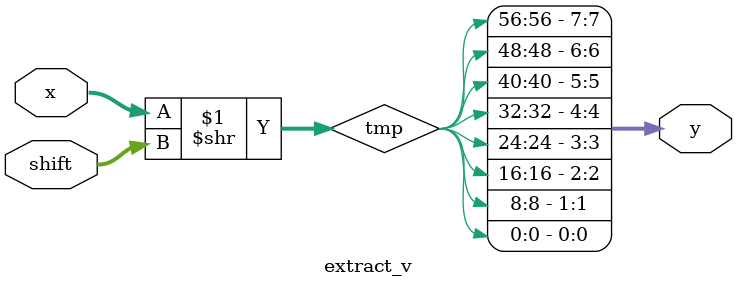
<source format=sv>
module extract_v(
  input wire [63:0] x,
  input wire [2:0] shift,
  output wire [7:0] y
);

wire [63:0] tmp = x >> shift;
assign y = {tmp[56], tmp[48], tmp[40], tmp[32], tmp[24], tmp[16], tmp[8], tmp[0]};

endmodule

</source>
